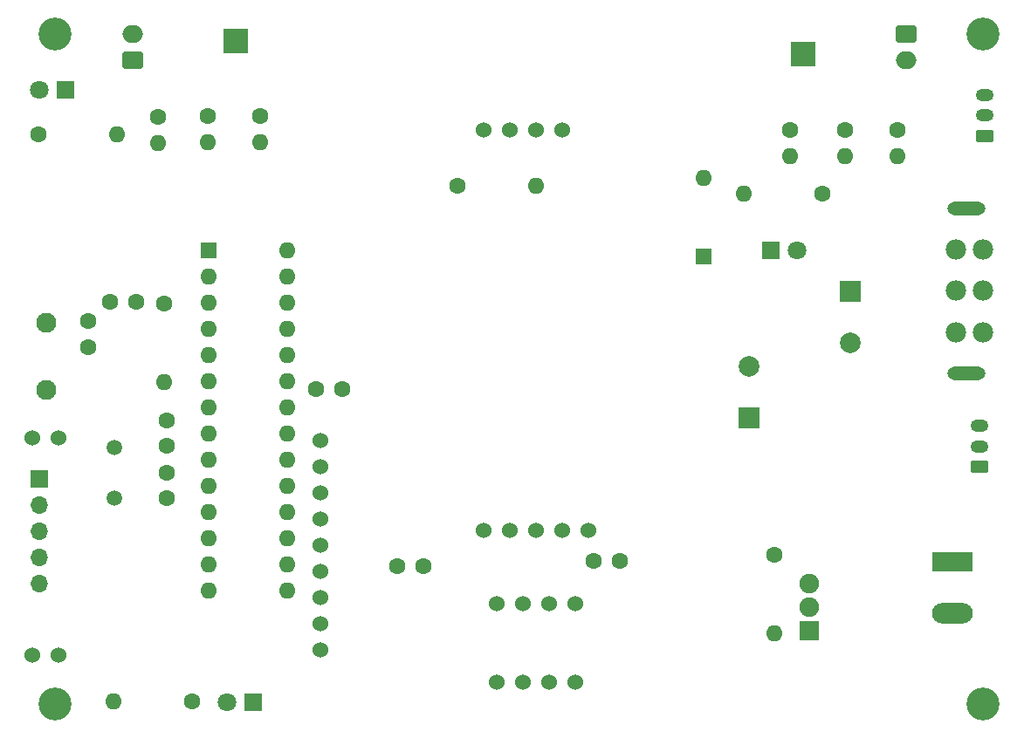
<source format=gbs>
G04 #@! TF.GenerationSoftware,KiCad,Pcbnew,(6.0.4)*
G04 #@! TF.CreationDate,2022-04-24T17:27:05+09:00*
G04 #@! TF.ProjectId,DERC_CanSat_2022,44455243-5f43-4616-9e53-61745f323032,rev?*
G04 #@! TF.SameCoordinates,Original*
G04 #@! TF.FileFunction,Soldermask,Bot*
G04 #@! TF.FilePolarity,Negative*
%FSLAX46Y46*%
G04 Gerber Fmt 4.6, Leading zero omitted, Abs format (unit mm)*
G04 Created by KiCad (PCBNEW (6.0.4)) date 2022-04-24 17:27:05*
%MOMM*%
%LPD*%
G01*
G04 APERTURE LIST*
G04 Aperture macros list*
%AMRoundRect*
0 Rectangle with rounded corners*
0 $1 Rounding radius*
0 $2 $3 $4 $5 $6 $7 $8 $9 X,Y pos of 4 corners*
0 Add a 4 corners polygon primitive as box body*
4,1,4,$2,$3,$4,$5,$6,$7,$8,$9,$2,$3,0*
0 Add four circle primitives for the rounded corners*
1,1,$1+$1,$2,$3*
1,1,$1+$1,$4,$5*
1,1,$1+$1,$6,$7*
1,1,$1+$1,$8,$9*
0 Add four rect primitives between the rounded corners*
20,1,$1+$1,$2,$3,$4,$5,0*
20,1,$1+$1,$4,$5,$6,$7,0*
20,1,$1+$1,$6,$7,$8,$9,0*
20,1,$1+$1,$8,$9,$2,$3,0*%
G04 Aperture macros list end*
%ADD10C,1.600000*%
%ADD11O,1.600000X1.600000*%
%ADD12C,3.200000*%
%ADD13RoundRect,0.250000X0.750000X-0.600000X0.750000X0.600000X-0.750000X0.600000X-0.750000X-0.600000X0*%
%ADD14O,2.000000X1.700000*%
%ADD15C,1.524000*%
%ADD16R,2.000000X2.000000*%
%ADD17C,2.000000*%
%ADD18C,1.980000*%
%ADD19O,3.700000X1.300000*%
%ADD20R,1.905000X1.905000*%
%ADD21C,1.905000*%
%ADD22R,3.960000X1.980000*%
%ADD23O,3.960000X1.980000*%
%ADD24R,1.600000X1.600000*%
%ADD25R,1.800000X1.800000*%
%ADD26C,1.800000*%
%ADD27C,1.500000*%
%ADD28RoundRect,0.250000X-0.750000X0.600000X-0.750000X-0.600000X0.750000X-0.600000X0.750000X0.600000X0*%
%ADD29C,1.950000*%
%ADD30R,2.390000X2.390000*%
%ADD31R,1.700000X1.700000*%
%ADD32O,1.700000X1.700000*%
%ADD33RoundRect,0.250000X0.625000X-0.350000X0.625000X0.350000X-0.625000X0.350000X-0.625000X-0.350000X0*%
%ADD34O,1.750000X1.200000*%
G04 APERTURE END LIST*
D10*
G04 #@! TO.C,C4*
X65786000Y-85050000D03*
X65786000Y-82550000D03*
G04 #@! TD*
G04 #@! TO.C,R3*
X126238000Y-49276000D03*
D11*
X126238000Y-51816000D03*
G04 #@! TD*
D12*
G04 #@! TO.C,REF\u002A\u002A*
X145000000Y-105000000D03*
G04 #@! TD*
D10*
G04 #@! TO.C,R5*
X124714000Y-90551000D03*
D11*
X124714000Y-98171000D03*
G04 #@! TD*
D13*
G04 #@! TO.C,M2*
X62500000Y-42500000D03*
D14*
X62500000Y-40000000D03*
G04 #@! TD*
D12*
G04 #@! TO.C,*
X145000000Y-40000000D03*
G04 #@! TD*
D15*
G04 #@! TO.C,U3*
X106680000Y-88138000D03*
X104140000Y-88138000D03*
X101600000Y-88138000D03*
X99060000Y-88138000D03*
X96520000Y-88138000D03*
G04 #@! TD*
D16*
G04 #@! TO.C,C9*
X122275600Y-77221477D03*
D17*
X122275600Y-72221477D03*
G04 #@! TD*
D10*
G04 #@! TO.C,C3*
X65786000Y-79970000D03*
X65786000Y-77470000D03*
G04 #@! TD*
D18*
G04 #@! TO.C,S1*
X142354000Y-68897000D03*
X142354000Y-64897000D03*
X142354000Y-60897000D03*
X144954000Y-68897000D03*
X144954000Y-64897000D03*
X144954000Y-60897000D03*
D19*
X143354000Y-56897000D03*
X143354000Y-72897000D03*
G04 #@! TD*
D20*
G04 #@! TO.C,Q1*
X128078000Y-97921000D03*
D21*
X128078000Y-95631000D03*
X128078000Y-93341000D03*
G04 #@! TD*
D12*
G04 #@! TO.C,REF\u002A\u002A*
X55000000Y-105000000D03*
G04 #@! TD*
D22*
G04 #@! TO.C,J3*
X142000000Y-91235000D03*
D23*
X142000000Y-96235000D03*
G04 #@! TD*
D10*
G04 #@! TO.C,R2*
X93980000Y-54737000D03*
D11*
X101600000Y-54737000D03*
G04 #@! TD*
D10*
G04 #@! TO.C,R6*
X68249800Y-104775000D03*
D11*
X60629800Y-104775000D03*
G04 #@! TD*
D24*
G04 #@! TO.C,D1*
X117856000Y-61569600D03*
D11*
X117856000Y-53949600D03*
G04 #@! TD*
D10*
G04 #@! TO.C,C2*
X60294200Y-65963800D03*
X62794200Y-65963800D03*
G04 #@! TD*
D25*
G04 #@! TO.C,D3*
X124353400Y-60985400D03*
D26*
X126893400Y-60985400D03*
G04 #@! TD*
D24*
G04 #@! TO.C,U1*
X69860000Y-60970000D03*
D11*
X69860000Y-63510000D03*
X69860000Y-66050000D03*
X69860000Y-68590000D03*
X69860000Y-71130000D03*
X69860000Y-73670000D03*
X69860000Y-76210000D03*
X69860000Y-78750000D03*
X69860000Y-81290000D03*
X69860000Y-83830000D03*
X69860000Y-86370000D03*
X69860000Y-88910000D03*
X69860000Y-91450000D03*
X69860000Y-93990000D03*
X77480000Y-93990000D03*
X77480000Y-91450000D03*
X77480000Y-88910000D03*
X77480000Y-86370000D03*
X77480000Y-83830000D03*
X77480000Y-81290000D03*
X77480000Y-78750000D03*
X77480000Y-76210000D03*
X77480000Y-73670000D03*
X77480000Y-71130000D03*
X77480000Y-68590000D03*
X77480000Y-66050000D03*
X77480000Y-63510000D03*
X77480000Y-60970000D03*
G04 #@! TD*
D27*
G04 #@! TO.C,Y1*
X60706000Y-85000000D03*
X60706000Y-80120000D03*
G04 #@! TD*
D15*
G04 #@! TO.C,U2*
X96520000Y-49315000D03*
X99060000Y-49315000D03*
X101600000Y-49315000D03*
X104140000Y-49315000D03*
G04 #@! TD*
D28*
G04 #@! TO.C,M1*
X137500000Y-40000000D03*
D14*
X137500000Y-42500000D03*
G04 #@! TD*
D12*
G04 #@! TO.C,*
X54992578Y-39985156D03*
G04 #@! TD*
D10*
G04 #@! TO.C,R8*
X69737500Y-47977000D03*
D11*
X69737500Y-50517000D03*
G04 #@! TD*
D15*
G04 #@! TO.C,U5*
X105410000Y-95250000D03*
X102870000Y-95250000D03*
X100330000Y-95250000D03*
X97790000Y-95250000D03*
X105410000Y-102870000D03*
X102870000Y-102870000D03*
X100330000Y-102870000D03*
X97790000Y-102870000D03*
G04 #@! TD*
D10*
G04 #@! TO.C,C6*
X90652600Y-91668600D03*
X88152600Y-91668600D03*
G04 #@! TD*
D29*
G04 #@! TO.C,SW2*
X54102000Y-68030500D03*
X54102000Y-74530500D03*
G04 #@! TD*
D30*
G04 #@! TO.C,IC5*
X72500000Y-40640000D03*
G04 #@! TD*
D10*
G04 #@! TO.C,C7*
X107208000Y-91109800D03*
X109708000Y-91109800D03*
G04 #@! TD*
G04 #@! TO.C,R4*
X64911500Y-48006000D03*
D11*
X64911500Y-50546000D03*
G04 #@! TD*
D31*
G04 #@! TO.C,U6*
X53467000Y-83190000D03*
D32*
X53467000Y-85730000D03*
X53467000Y-88270000D03*
X53467000Y-90810000D03*
X53467000Y-93350000D03*
G04 #@! TD*
D33*
G04 #@! TO.C,J2*
X144611000Y-82010000D03*
D34*
X144611000Y-80010000D03*
X144611000Y-78010000D03*
G04 #@! TD*
D33*
G04 #@! TO.C,J1*
X145119000Y-49879000D03*
D34*
X145119000Y-47879000D03*
X145119000Y-45879000D03*
G04 #@! TD*
D10*
G04 #@! TO.C,C1*
X80284000Y-74422000D03*
X82784000Y-74422000D03*
G04 #@! TD*
G04 #@! TO.C,R7*
X131572000Y-49276000D03*
D11*
X131572000Y-51816000D03*
G04 #@! TD*
D25*
G04 #@! TO.C,D4*
X55986600Y-45440600D03*
D26*
X53446600Y-45440600D03*
G04 #@! TD*
D10*
G04 #@! TO.C,R10*
X74817500Y-47977000D03*
D11*
X74817500Y-50517000D03*
G04 #@! TD*
D10*
G04 #@! TO.C,R11*
X129413000Y-55473600D03*
D11*
X121793000Y-55473600D03*
G04 #@! TD*
D10*
G04 #@! TO.C,R1*
X65532000Y-66167000D03*
D11*
X65532000Y-73787000D03*
G04 #@! TD*
D30*
G04 #@! TO.C,IC4*
X127500000Y-41910000D03*
G04 #@! TD*
D16*
G04 #@! TO.C,C8*
X132054600Y-64916923D03*
D17*
X132054600Y-69916923D03*
G04 #@! TD*
D10*
G04 #@! TO.C,R12*
X53340000Y-49733200D03*
D11*
X60960000Y-49733200D03*
G04 #@! TD*
D25*
G04 #@! TO.C,D2*
X74147600Y-104851200D03*
D26*
X71607600Y-104851200D03*
G04 #@! TD*
D10*
G04 #@! TO.C,R9*
X136652000Y-49276000D03*
D11*
X136652000Y-51816000D03*
G04 #@! TD*
D10*
G04 #@! TO.C,C5*
X58166000Y-67838000D03*
X58166000Y-70338000D03*
G04 #@! TD*
D15*
G04 #@! TO.C,U4*
X80695800Y-79400400D03*
X80695800Y-81940400D03*
X80695800Y-84480400D03*
X80695800Y-87020400D03*
X80695800Y-89560400D03*
X80695800Y-92100400D03*
X80695800Y-94640400D03*
X80695800Y-97180400D03*
X80695800Y-99720400D03*
X55295800Y-79200400D03*
X52755800Y-79200400D03*
X52755800Y-100260400D03*
X55295800Y-100260400D03*
G04 #@! TD*
M02*

</source>
